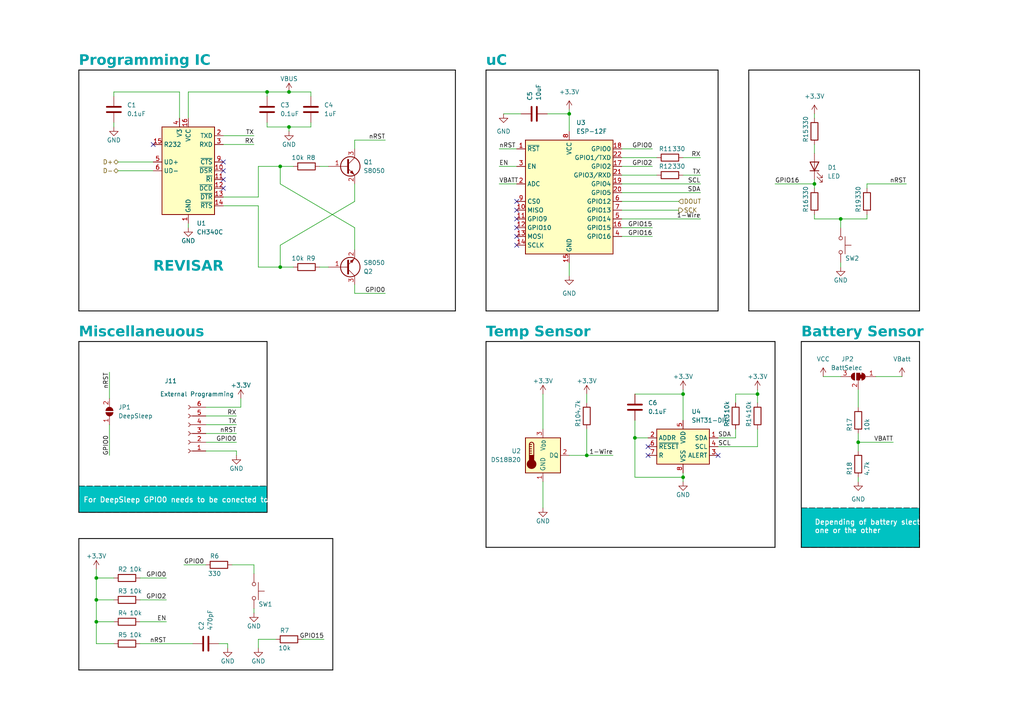
<source format=kicad_sch>
(kicad_sch (version 20231120) (generator "eeschema") (generator_version "8.0")
  (paper "A4")
  (title_block (title "Gas Weigther") (date "2023-11-04") (rev "1"))
  (lib_symbols
    (symbol "Connector:Conn_01x06_Female" (pin_names (offset 1.016) hide)
      (property "Reference" "J" (at 0 7.62 0))
      (property "Value" "Conn_01x06_Female" (at 0 -10.16 0))
      (symbol "Conn_01x06_Female_1_1"
        (arc (start 0 -7.112) (mid -0.5058 -7.62) (end 0 -8.128) (stroke (width 0.1524)))
        (arc (start 0 -4.572) (mid -0.5058 -5.08) (end 0 -5.588) (stroke (width 0.1524)))
        (arc (start 0 -2.032) (mid -0.5058 -2.54) (end 0 -3.048) (stroke (width 0.1524)))
        (polyline (pts (xy -1.27 -7.62) (xy -0.508 -7.62)) (stroke (width 0.1524)))
        (polyline (pts (xy -1.27 -5.08) (xy -0.508 -5.08)) (stroke (width 0.1524)))
        (polyline (pts (xy -1.27 -2.54) (xy -0.508 -2.54)) (stroke (width 0.1524)))
        (polyline (pts (xy -1.27 0) (xy -0.508 0)) (stroke (width 0.1524)))
        (polyline (pts (xy -1.27 2.54) (xy -0.508 2.54)) (stroke (width 0.1524)))
        (polyline (pts (xy -1.27 5.08) (xy -0.508 5.08)) (stroke (width 0.1524)))
        (arc (start 0 0.508) (mid -0.5058 0) (end 0 -0.508) (stroke (width 0.1524)))
        (arc (start 0 3.048) (mid -0.5058 2.54) (end 0 2.032) (stroke (width 0.1524)))
        (arc (start 0 5.588) (mid -0.5058 5.08) (end 0 4.572) (stroke (width 0.1524)))
        (pin passive line (at -5.08 5.08 0) (length 3.81) (name "Pin_1") (number "1"))
        (pin passive line (at -5.08 2.54 0) (length 3.81) (name "Pin_2") (number "2"))
        (pin passive line (at -5.08 0 0) (length 3.81) (name "Pin_3") (number "3"))
        (pin passive line (at -5.08 -2.54 0) (length 3.81) (name "Pin_4") (number "4"))
        (pin passive line (at -5.08 -5.08 0) (length 3.81) (name "Pin_5") (number "5"))
        (pin passive line (at -5.08 -7.62 0) (length 3.81) (name "Pin_6") (number "6"))
      )
    )
    (symbol "Device:C" (pin_numbers hide) (pin_names (offset 0.254))
      (property "Reference" "C" (at 0.635 2.54 0))
      (property "Value" "C" (at 0.635 -2.54 0))
      (symbol "C_0_1"
        (polyline (pts (xy -2.032 -0.762) (xy 2.032 -0.762)) (stroke (width 0.508)))
        (polyline (pts (xy -2.032 0.762) (xy 2.032 0.762)) (stroke (width 0.508)))
      )
      (symbol "C_1_1"
        (pin passive line (at 0 3.81 270) (length 2.794) (name "~") (number "1"))
        (pin passive line (at 0 -3.81 90) (length 2.794) (name "~") (number "2"))
      )
    )
    (symbol "Device:LED" (pin_numbers hide) (pin_names (offset 1.016) hide)
      (property "Reference" "D" (at 0 2.54 0))
      (property "Value" "LED" (at 0 -2.54 0))
      (symbol "LED_0_1"
        (polyline (pts (xy -1.27 -1.27) (xy -1.27 1.27)) (stroke (width 0.254)))
        (polyline (pts (xy -1.27 0) (xy 1.27 0)))
        (polyline (pts (xy 1.27 -1.27) (xy 1.27 1.27) (xy -1.27 0) (xy 1.27 -1.27)) (stroke (width 0.254)))
        (polyline (pts (xy -3.048 -0.762) (xy -4.572 -2.286) (xy -3.81 -2.286) (xy -4.572 -2.286) (xy -4.572 -1.524)))
        (polyline (pts (xy -1.778 -0.762) (xy -3.302 -2.286) (xy -2.54 -2.286) (xy -3.302 -2.286) (xy -3.302 -1.524)))
      )
      (symbol "LED_1_1"
        (pin passive line (at -3.81 0 0) (length 2.54) (name "K") (number "1"))
        (pin passive line (at 3.81 0 180) (length 2.54) (name "A") (number "2"))
      )
    )
    (symbol "Device:R" (pin_numbers hide) (pin_names (offset 0))
      (property "Reference" "R" (at 2.032 0 90))
      (property "Value" "R" (at 0 0 90))
      (symbol "R_0_1"
        (rectangle (start -1.016 -2.54) (end 1.016 2.54) (stroke (width 0.254)))
      )
      (symbol "R_1_1"
        (pin passive line (at 0 3.81 270) (length 1.27) (name "~") (number "1"))
        (pin passive line (at 0 -3.81 90) (length 1.27) (name "~") (number "2"))
      )
    )
    (symbol "Interface_USB:CH340C"
      (property "Reference" "U" (at -5.08 13.97 0))
      (property "Value" "CH340C" (at 1.27 13.97 0))
      (symbol "CH340C_0_1"
        (rectangle (start -7.62 12.7) (end 7.62 -12.7) (stroke (width 0.254)) (fill (type background)))
      )
      (symbol "CH340C_1_1"
        (pin power_in line (at 0 -15.24 90) (length 2.54) (name "GND") (number "1"))
        (pin input line (at 10.16 0 180) (length 2.54) (name "~{DSR}") (number "10"))
        (pin input line (at 10.16 -2.54 180) (length 2.54) (name "~{RI}") (number "11"))
        (pin input line (at 10.16 -5.08 180) (length 2.54) (name "~{DCD}") (number "12"))
        (pin output line (at 10.16 -7.62 180) (length 2.54) (name "~{DTR}") (number "13"))
        (pin output line (at 10.16 -10.16 180) (length 2.54) (name "~{RTS}") (number "14"))
        (pin input line (at -10.16 7.62 0) (length 2.54) (name "R232") (number "15"))
        (pin power_in line (at 0 15.24 270) (length 2.54) (name "VCC") (number "16"))
        (pin output line (at 10.16 10.16 180) (length 2.54) (name "TXD") (number "2"))
        (pin input line (at 10.16 7.62 180) (length 2.54) (name "RXD") (number "3"))
        (pin passive line (at -2.54 15.24 270) (length 2.54) (name "V3") (number "4"))
        (pin bidirectional line (at -10.16 2.54 0) (length 2.54) (name "UD+") (number "5"))
        (pin bidirectional line (at -10.16 0 0) (length 2.54) (name "UD-") (number "6"))
        (pin no_connect line (at -7.62 -7.62 0) (length 2.54) hide (name "NC") (number "7"))
        (pin no_connect line (at -7.62 -10.16 0) (length 2.54) hide (name "NC") (number "8"))
        (pin input line (at 10.16 2.54 180) (length 2.54) (name "~{CTS}") (number "9"))
      )
    )
    (symbol "Jumper:SolderJumper_2_Open" (pin_names (offset 0) hide)
      (property "Reference" "JP" (at 0 2.032 0))
      (property "Value" "SolderJumper_2_Open" (at 0 -2.54 0))
      (symbol "SolderJumper_2_Open_0_1"
        (arc (start -0.254 1.016) (mid -1.2656 0) (end -0.254 -1.016))
        (arc (start -0.254 1.016) (mid -1.2656 0) (end -0.254 -1.016) (fill (type outline)))
        (polyline (pts (xy -0.254 1.016) (xy -0.254 -1.016)))
        (polyline (pts (xy 0.254 1.016) (xy 0.254 -1.016)))
        (arc (start 0.254 -1.016) (mid 1.2656 0) (end 0.254 1.016))
        (arc (start 0.254 -1.016) (mid 1.2656 0) (end 0.254 1.016) (fill (type outline)))
      )
      (symbol "SolderJumper_2_Open_1_1"
        (pin passive line (at -3.81 0 0) (length 2.54) (name "A") (number "1"))
        (pin passive line (at 3.81 0 180) (length 2.54) (name "B") (number "2"))
      )
    )
    (symbol "Jumper:SolderJumper_3_Bridged12" (pin_names (offset 0) hide)
      (property "Reference" "JP" (at -2.54 -2.54 0))
      (property "Value" "SolderJumper_3_Bridged12" (at 0 2.794 0))
      (symbol "SolderJumper_3_Bridged12_0_1"
        (rectangle (start -1.016 0.508) (end -0.508 -0.508) (fill (type outline)))
        (arc (start -1.016 1.016) (mid -2.0276 0) (end -1.016 -1.016))
        (arc (start -1.016 1.016) (mid -2.0276 0) (end -1.016 -1.016) (fill (type outline)))
        (rectangle (start -0.508 1.016) (end 0.508 -1.016) (fill (type outline)))
        (polyline (pts (xy -2.54 0) (xy -2.032 0)))
        (polyline (pts (xy -1.016 1.016) (xy -1.016 -1.016)))
        (polyline (pts (xy 0 -1.27) (xy 0 -1.016)))
        (polyline (pts (xy 1.016 1.016) (xy 1.016 -1.016)))
        (polyline (pts (xy 2.54 0) (xy 2.032 0)))
        (arc (start 1.016 -1.016) (mid 2.0276 0) (end 1.016 1.016))
        (arc (start 1.016 -1.016) (mid 2.0276 0) (end 1.016 1.016) (fill (type outline)))
      )
      (symbol "SolderJumper_3_Bridged12_1_1"
        (pin passive line (at -5.08 0 0) (length 2.54) (name "A") (number "1"))
        (pin passive line (at 0 -3.81 90) (length 2.54) (name "C") (number "2"))
        (pin passive line (at 5.08 0 180) (length 2.54) (name "B") (number "3"))
      )
    )
    (symbol "Power_Symbols:VBatt" (power) (pin_names (offset 0))
      (property "Value" "VBatt" (at 0 6.35 0))
      (symbol "VBatt_0_1"
        (polyline (pts (xy -0.762 1.27) (xy 0 2.54)))
        (polyline (pts (xy 0 0) (xy 0 2.54)))
        (polyline (pts (xy 0 2.54) (xy 0.762 1.27)))
      )
      (symbol "VBatt_1_1"
        (pin power_in line (at 0 0 90) (length 0) hide (name "VBatt") (number "1"))
      )
    )
    (symbol "RF_Module:ESP-12F"
      (property "Reference" "U" (at -12.7 19.05 0))
      (property "Value" "ESP-12F" (at 12.7 19.05 0))
      (symbol "ESP-12F_0_1"
        (rectangle (start -12.7 17.78) (end 12.7 -15.24) (stroke (width 0.254)) (fill (type background)))
      )
      (symbol "ESP-12F_1_1"
        (pin input line (at -15.24 15.24 0) (length 2.54) (name "~{RST}") (number "1"))
        (pin bidirectional line (at -15.24 -2.54 0) (length 2.54) (name "MISO") (number "10"))
        (pin bidirectional line (at -15.24 -5.08 0) (length 2.54) (name "GPIO9") (number "11"))
        (pin bidirectional line (at -15.24 -7.62 0) (length 2.54) (name "GPIO10") (number "12"))
        (pin bidirectional line (at -15.24 -10.16 0) (length 2.54) (name "MOSI") (number "13"))
        (pin bidirectional line (at -15.24 -12.7 0) (length 2.54) (name "SCLK") (number "14"))
        (pin power_in line (at 0 -17.78 90) (length 2.54) (name "GND") (number "15"))
        (pin bidirectional line (at 15.24 -7.62 180) (length 2.54) (name "GPIO15") (number "16"))
        (pin bidirectional line (at 15.24 10.16 180) (length 2.54) (name "GPIO2") (number "17"))
        (pin bidirectional line (at 15.24 15.24 180) (length 2.54) (name "GPIO0") (number "18"))
        (pin bidirectional line (at 15.24 5.08 180) (length 2.54) (name "GPIO4") (number "19"))
        (pin input line (at -15.24 5.08 0) (length 2.54) (name "ADC") (number "2"))
        (pin bidirectional line (at 15.24 2.54 180) (length 2.54) (name "GPIO5") (number "20"))
        (pin bidirectional line (at 15.24 7.62 180) (length 2.54) (name "GPIO3/RXD") (number "21"))
        (pin bidirectional line (at 15.24 12.7 180) (length 2.54) (name "GPIO1/TXD") (number "22"))
        (pin input line (at -15.24 10.16 0) (length 2.54) (name "EN") (number "3"))
        (pin bidirectional line (at 15.24 -10.16 180) (length 2.54) (name "GPIO16") (number "4"))
        (pin bidirectional line (at 15.24 -5.08 180) (length 2.54) (name "GPIO14") (number "5"))
        (pin bidirectional line (at 15.24 0 180) (length 2.54) (name "GPIO12") (number "6"))
        (pin bidirectional line (at 15.24 -2.54 180) (length 2.54) (name "GPIO13") (number "7"))
        (pin power_in line (at 0 20.32 270) (length 2.54) (name "VCC") (number "8"))
        (pin input line (at -15.24 0 0) (length 2.54) (name "CS0") (number "9"))
      )
    )
    (symbol "S8050_1" (pin_names (offset 0) hide)
      (property "Reference" "Q1" (at 5.08 1.2701 0))
      (property "Value" "S8050" (at 5.08 -1.2699 0))
      (symbol "S8050_1_0_1"
        (polyline (pts (xy 0 0) (xy 0.635 0)))
        (polyline (pts (xy 0.635 0.635) (xy 2.54 2.54)))
        (polyline (pts (xy 0.635 -0.635) (xy 2.54 -2.54) (xy 2.54 -2.54)))
        (polyline (pts (xy 0.635 1.905) (xy 0.635 -1.905) (xy 0.635 -1.905)) (stroke (width 0.508)))
        (polyline (pts (xy 1.27 -1.778) (xy 1.778 -1.27) (xy 2.286 -2.286) (xy 1.27 -1.778) (xy 1.27 -1.778)) (fill (type outline)))
        (circle (center 1.27 0) (radius 2.8194) (stroke (width 0.254)))
      )
      (symbol "S8050_1_1_1"
        (pin input line (at -5.08 0 0) (length 5.08) (name "B") (number "1"))
        (pin passive line (at 2.54 -5.08 90) (length 2.54) (name "E") (number "2"))
        (pin passive line (at 2.54 5.08 270) (length 2.54) (name "C") (number "3"))
      )
    )
    (symbol "SW_Push_1" (pin_numbers hide) (pin_names (offset 1.016) hide)
      (property "Reference" "SW2" (at 3.81 1.2701 90))
      (property "Value" "SW_Push" (at 3.81 -1.2699 90))
      (symbol "SW_Push_1_0_1"
        (circle (center -2.032 0) (radius 0.508))
        (polyline (pts (xy 0 1.27) (xy 0 3.048)))
        (polyline (pts (xy 2.54 1.27) (xy -2.54 1.27)))
        (circle (center 2.032 0) (radius 0.508))
        (pin passive line (at -5.08 0 0) (length 2.54) (name "1") (number "1"))
      )
      (symbol "SW_Push_1_1_1"
        (pin passive line (at 5.08 0 180) (length 2.54) (name "2") (number "3"))
      )
    )
    (symbol "Sensor_Humidity:SHT31-DIS"
      (property "Reference" "U" (at -6.35 6.35 0))
      (property "Value" "SHT31-DIS" (at 6.35 6.35 0))
      (symbol "SHT31-DIS_0_1"
        (rectangle (start -7.62 5.08) (end 7.62 -5.08) (stroke (width 0.254)) (fill (type background)))
      )
      (symbol "SHT31-DIS_1_1"
        (pin bidirectional line (at 10.16 2.54 180) (length 2.54) (name "SDA") (number "1"))
        (pin input line (at -10.16 2.54 0) (length 2.54) (name "ADDR") (number "2"))
        (pin output line (at 10.16 -2.54 180) (length 2.54) (name "ALERT") (number "3"))
        (pin input line (at 10.16 0 180) (length 2.54) (name "SCL") (number "4"))
        (pin power_in line (at 0 7.62 270) (length 2.54) (name "VDD") (number "5"))
        (pin input line (at -10.16 0 0) (length 2.54) (name "~{RESET}") (number "6"))
        (pin passive line (at -10.16 -2.54 0) (length 2.54) (name "R") (number "7"))
        (pin power_in line (at 0 -7.62 90) (length 2.54) (name "VSS") (number "8"))
        (pin passive line (at 0 -7.62 90) (length 2.54) hide (name "VSS") (number "9"))
      )
    )
    (symbol "Sensor_Temperature:DS18B20"
      (property "Reference" "U" (at -3.81 6.35 0))
      (property "Value" "DS18B20" (at 6.35 6.35 0))
      (symbol "DS18B20_0_1"
        (rectangle (start -5.08 5.08) (end 5.08 -5.08) (stroke (width 0.254)) (fill (type background)))
        (circle (center -3.302 -2.54) (radius 1.27) (stroke (width 0.254)) (fill (type outline)))
        (rectangle (start -2.667 -1.905) (end -3.937 0) (stroke (width 0.254)) (fill (type outline)))
        (arc (start -2.667 3.175) (mid -3.302 3.8073) (end -3.937 3.175) (stroke (width 0.254)))
        (polyline (pts (xy -3.937 0.635) (xy -3.302 0.635)) (stroke (width 0.254)))
        (polyline (pts (xy -3.937 1.27) (xy -3.302 1.27)) (stroke (width 0.254)))
        (polyline (pts (xy -3.937 1.905) (xy -3.302 1.905)) (stroke (width 0.254)))
        (polyline (pts (xy -3.937 2.54) (xy -3.302 2.54)) (stroke (width 0.254)))
        (polyline (pts (xy -3.937 3.175) (xy -3.937 0)) (stroke (width 0.254)))
        (polyline (pts (xy -3.937 3.175) (xy -3.302 3.175)) (stroke (width 0.254)))
        (polyline (pts (xy -2.667 3.175) (xy -2.667 0)) (stroke (width 0.254)))
      )
      (symbol "DS18B20_1_1"
        (pin power_in line (at 0 -7.62 90) (length 2.54) (name "GND") (number "1"))
        (pin bidirectional line (at 7.62 0 180) (length 2.54) (name "DQ") (number "2"))
        (pin power_in line (at 0 7.62 270) (length 2.54) (name "V_{DD}") (number "3"))
      )
    )
    (symbol "Switch:SW_Push" (pin_numbers hide) (pin_names (offset 1.016) hide)
      (property "Reference" "SW1" (at 3.81 1.2701 90))
      (symbol "SW_Push_0_1"
        (circle (center -2.032 0) (radius 0.508))
        (polyline (pts (xy 0 1.27) (xy 0 3.048)))
        (polyline (pts (xy 2.54 1.27) (xy -2.54 1.27)))
        (circle (center 2.032 0) (radius 0.508))
        (pin passive line (at -5.08 0 0) (length 2.54) (name "1") (number "1"))
      )
      (symbol "SW_Push_1_1"
        (pin passive line (at 5.08 0 180) (length 2.54) (name "2") (number "3"))
      )
    )
    (symbol "power:+3.3V" (power) (pin_names (offset 0))
      (property "Value" "+3.3V" (at 0 3.556 0))
      (symbol "+3.3V_0_1"
        (polyline (pts (xy -0.762 1.27) (xy 0 2.54)))
        (polyline (pts (xy 0 0) (xy 0 2.54)))
        (polyline (pts (xy 0 2.54) (xy 0.762 1.27)))
      )
      (symbol "+3.3V_1_1"
        (pin power_in line (at 0 0 90) (length 0) hide (name "+3.3V") (number "1"))
      )
    )
    (symbol "power:GND" (power) (pin_names (offset 0))
      (property "Value" "GND" (at 0 -3.81 0))
      (symbol "GND_0_1"
        (polyline (pts (xy 0 0) (xy 0 -1.27) (xy 1.27 -1.27) (xy 0 -2.54) (xy -1.27 -1.27) (xy 0 -1.27)))
      )
      (symbol "GND_1_1"
        (pin power_in line (at 0 0 270) (length 0) hide (name "GND") (number "1"))
      )
    )
    (symbol "power:VBUS" (power) (pin_names (offset 0))
      (property "Value" "VBUS" (at 0 3.81 0))
      (symbol "VBUS_0_1"
        (polyline (pts (xy -0.762 1.27) (xy 0 2.54)))
        (polyline (pts (xy 0 0) (xy 0 2.54)))
        (polyline (pts (xy 0 2.54) (xy 0.762 1.27)))
      )
      (symbol "VBUS_1_1"
        (pin power_in line (at 0 0 90) (length 0) hide (name "VBUS") (number "1"))
      )
    )
    (symbol "power:VCC" (power) (pin_names (offset 0))
      (property "Value" "VCC" (at 0 3.81 0))
      (symbol "VCC_0_1"
        (polyline (pts (xy -0.762 1.27) (xy 0 2.54)))
        (polyline (pts (xy 0 0) (xy 0 2.54)))
        (polyline (pts (xy 0 2.54) (xy 0.762 1.27)))
      )
      (symbol "VCC_1_1"
        (pin power_in line (at 0 0 90) (length 0) hide (name "VCC") (number "1"))
      )
    )
  )
  (junction (at 243.84 63.5))
  (junction (at 81.28 48.26))
  (junction (at 184.15 127))
  (junction (at 170.18 132.08))
  (junction (at 236.22 53.34))
  (junction (at 27.94 167.64))
  (junction (at 83.82 36.83))
  (junction (at 248.92 128.27))
  (junction (at 27.94 180.34))
  (junction (at 198.12 114.3))
  (junction (at 219.71 114.3))
  (junction (at 198.12 138.43))
  (junction (at 27.94 173.99))
  (junction (at 165.1 33.02))
  (junction (at 77.47 26.67))
  (junction (at 83.82 26.67))
  (junction (at 81.28 77.47))
  (no_connect (at 187.96 132.08))
  (no_connect (at 149.86 68.58))
  (no_connect (at 64.77 46.99))
  (no_connect (at 149.86 63.5))
  (no_connect (at 64.77 49.53))
  (no_connect (at 149.86 58.42))
  (no_connect (at 64.77 54.61))
  (no_connect (at 44.45 41.91))
  (no_connect (at 64.77 52.07))
  (no_connect (at 149.86 60.96))
  (no_connect (at 149.86 66.04))
  (no_connect (at 187.96 129.54))
  (no_connect (at 149.86 71.12))
  (no_connect (at 208.28 132.08))
  (wire (pts (xy 27.94 173.99) (xy 33.02 173.99)))
  (wire (pts (xy 59.69 125.73) (xy 68.58 125.73)))
  (wire (pts (xy 40.64 186.69) (xy 55.88 186.69)))
  (wire (pts (xy 83.82 36.83) (xy 90.17 36.83)))
  (wire (pts (xy 198.12 114.3) (xy 198.12 121.92)))
  (wire (pts (xy 219.71 114.3) (xy 219.71 116.84)))
  (wire (pts (xy 63.5 186.69) (xy 66.04 186.69)))
  (wire (pts (xy 90.17 26.67) (xy 90.17 27.94)))
  (wire (pts (xy 102.87 72.39) (xy 102.87 66.04)))
  (wire (pts (xy 198.12 113.03) (xy 198.12 114.3)))
  (polyline (pts (xy 208.28 20.32) (xy 208.28 90.17)) (stroke (width 0.25) (type solid) (color 0 0 0 1)))
  (wire (pts (xy 54.61 66.04) (xy 54.61 64.77)))
  (wire (pts (xy 40.64 180.34) (xy 48.26 180.34)))
  (wire (pts (xy 102.87 82.55) (xy 102.87 85.09)))
  (wire (pts (xy 198.12 139.7) (xy 198.12 138.43)))
  (wire (pts (xy 85.09 48.26) (xy 81.28 48.26)))
  (wire (pts (xy 102.87 66.04) (xy 81.28 53.34)))
  (polyline (pts (xy 140.97 20.32) (xy 208.28 20.32)) (stroke (width 0.25) (type solid) (color 0 0 0 1)))
  (wire (pts (xy 59.69 118.11) (xy 69.85 118.11)))
  (wire (pts (xy 31.75 123.19) (xy 31.75 132.08)))
  (wire (pts (xy 59.69 128.27) (xy 68.58 128.27)))
  (wire (pts (xy 27.94 167.64) (xy 27.94 173.99)))
  (wire (pts (xy 213.36 127) (xy 213.36 124.46)))
  (wire (pts (xy 219.71 124.46) (xy 219.71 129.54)))
  (polyline (pts (xy 132.08 20.32) (xy 132.08 90.17)) (stroke (width 0.25) (type solid) (color 0 0 0 1)))
  (wire (pts (xy 69.85 118.11) (xy 69.85 115.57)))
  (wire (pts (xy 87.63 185.42) (xy 93.98 185.42)))
  (polyline (pts (xy 266.7 90.17) (xy 217.17 90.17)) (stroke (width 0.25) (type solid) (color 0 0 0 1)))
  (wire (pts (xy 184.15 114.3) (xy 198.12 114.3)))
  (wire (pts (xy 92.71 77.47) (xy 95.25 77.47)))
  (polyline (pts (xy 77.47 99.06) (xy 77.47 148.59)) (stroke (width 0.25) (type solid) (color 0 0 0 1)))
  (wire (pts (xy 77.47 26.67) (xy 77.47 27.94)))
  (wire (pts (xy 74.93 77.47) (xy 81.28 77.47)))
  (polyline (pts (xy 22.86 156.21) (xy 22.86 194.31)) (stroke (width 0.25) (type solid) (color 0 0 0 1)))
  (wire (pts (xy 68.58 130.81) (xy 68.58 132.08)))
  (wire (pts (xy 102.87 58.42) (xy 81.28 71.12)))
  (wire (pts (xy 64.77 59.69) (xy 74.93 59.69)))
  (wire (pts (xy 77.47 36.83) (xy 83.82 36.83)))
  (wire (pts (xy 236.22 62.23) (xy 236.22 63.5)))
  (wire (pts (xy 243.84 63.5) (xy 251.46 63.5)))
  (wire (pts (xy 59.69 123.19) (xy 68.58 123.19)))
  (polyline (pts (xy 266.7 20.32) (xy 266.7 90.17)) (stroke (width 0.25) (type solid) (color 0 0 0 1)))
  (wire (pts (xy 184.15 138.43) (xy 198.12 138.43)))
  (wire (pts (xy 180.34 53.34) (xy 203.2 53.34)))
  (wire (pts (xy 73.66 177.8) (xy 73.66 176.53)))
  (wire (pts (xy 33.02 26.67) (xy 52.07 26.67)))
  (wire (pts (xy 180.34 60.96) (xy 196.85 60.96)))
  (wire (pts (xy 251.46 53.34) (xy 262.89 53.34)))
  (wire (pts (xy 31.75 107.95) (xy 31.75 115.57)))
  (polyline (pts (xy 266.7 158.75) (xy 232.41 158.75)) (stroke (width 0.25) (type solid) (color 0 0 0 1)))
  (wire (pts (xy 54.61 26.67) (xy 77.47 26.67)))
  (wire (pts (xy 184.15 121.92) (xy 184.15 127)))
  (wire (pts (xy 208.28 127) (xy 213.36 127)))
  (wire (pts (xy 236.22 63.5) (xy 243.84 63.5)))
  (wire (pts (xy 73.66 166.37) (xy 73.66 163.83)))
  (wire (pts (xy 180.34 68.58) (xy 189.23 68.58)))
  (polyline (pts (xy 217.17 20.32) (xy 266.7 20.32)) (stroke (width 0.25) (type solid) (color 0 0 0 1)))
  (wire (pts (xy 236.22 53.34) (xy 236.22 54.61)))
  (wire (pts (xy 248.92 128.27) (xy 259.08 128.27)))
  (wire (pts (xy 146.05 33.02) (xy 151.13 33.02)))
  (wire (pts (xy 248.92 125.73) (xy 248.92 128.27)))
  (wire (pts (xy 102.87 40.64) (xy 111.76 40.64)))
  (wire (pts (xy 90.17 36.83) (xy 90.17 35.56)))
  (wire (pts (xy 83.82 36.83) (xy 83.82 38.1)))
  (polyline (pts (xy 224.79 99.06) (xy 224.79 158.75)) (stroke (width 0.25) (type solid) (color 0 0 0 1)))
  (wire (pts (xy 33.02 27.94) (xy 33.02 26.67)))
  (wire (pts (xy 27.94 167.64) (xy 33.02 167.64)))
  (wire (pts (xy 219.71 113.03) (xy 219.71 114.3)))
  (wire (pts (xy 27.94 173.99) (xy 27.94 180.34)))
  (wire (pts (xy 77.47 36.83) (xy 77.47 35.56)))
  (wire (pts (xy 27.94 180.34) (xy 27.94 186.69)))
  (wire (pts (xy 243.84 109.22) (xy 238.76 109.22)))
  (wire (pts (xy 54.61 26.67) (xy 54.61 34.29)))
  (wire (pts (xy 208.28 129.54) (xy 219.71 129.54)))
  (wire (pts (xy 180.34 66.04) (xy 189.23 66.04)))
  (wire (pts (xy 180.34 63.5) (xy 203.2 63.5)))
  (polyline (pts (xy 22.86 99.06) (xy 77.47 99.06)) (stroke (width 0.25) (type solid) (color 0 0 0 1)))
  (wire (pts (xy 102.87 85.09) (xy 111.76 85.09)))
  (wire (pts (xy 64.77 39.37) (xy 73.66 39.37)))
  (wire (pts (xy 180.34 50.8) (xy 190.5 50.8)))
  (wire (pts (xy 81.28 77.47) (xy 85.09 77.47)))
  (wire (pts (xy 184.15 127) (xy 187.96 127)))
  (polyline (pts (xy 217.17 20.32) (xy 217.17 90.17)) (stroke (width 0.25) (type solid) (color 0 0 0 1)))
  (wire (pts (xy 64.77 57.15) (xy 74.93 57.15)))
  (wire (pts (xy 157.48 139.7) (xy 157.48 147.32)))
  (wire (pts (xy 102.87 43.18) (xy 102.87 40.64)))
  (wire (pts (xy 81.28 53.34) (xy 81.28 48.26)))
  (wire (pts (xy 248.92 138.43) (xy 248.92 139.7)))
  (wire (pts (xy 180.34 58.42) (xy 196.85 58.42)))
  (wire (pts (xy 170.18 114.3) (xy 170.18 116.84)))
  (wire (pts (xy 236.22 52.07) (xy 236.22 53.34)))
  (wire (pts (xy 81.28 71.12) (xy 81.28 77.47)))
  (polyline (pts (xy 96.52 156.21) (xy 96.52 194.31)) (stroke (width 0.25) (type solid) (color 0 0 0 1)))
  (wire (pts (xy 157.48 114.3) (xy 157.48 124.46)))
  (wire (pts (xy 198.12 45.72) (xy 203.2 45.72)))
  (wire (pts (xy 74.93 48.26) (xy 74.93 57.15)))
  (wire (pts (xy 180.34 45.72) (xy 190.5 45.72)))
  (wire (pts (xy 144.78 43.18) (xy 149.86 43.18)))
  (wire (pts (xy 83.82 26.67) (xy 90.17 26.67)))
  (polyline (pts (xy 77.47 148.59) (xy 22.86 148.59)) (stroke (width 0.25) (type solid) (color 0 0 0 1)))
  (wire (pts (xy 236.22 41.91) (xy 236.22 44.45)))
  (wire (pts (xy 77.47 26.67) (xy 83.82 26.67)))
  (wire (pts (xy 251.46 53.34) (xy 251.46 54.61)))
  (wire (pts (xy 170.18 132.08) (xy 170.18 124.46)))
  (wire (pts (xy 53.34 163.83) (xy 59.69 163.83)))
  (wire (pts (xy 74.93 59.69) (xy 74.93 77.47)))
  (wire (pts (xy 198.12 138.43) (xy 198.12 137.16)))
  (polyline (pts (xy 132.08 90.17) (xy 22.86 90.17)) (stroke (width 0.25) (type solid) (color 0 0 0 1)))
  (wire (pts (xy 184.15 127) (xy 184.15 138.43)))
  (wire (pts (xy 66.04 187.96) (xy 66.04 186.69)))
  (wire (pts (xy 74.93 185.42) (xy 74.93 187.96)))
  (wire (pts (xy 213.36 114.3) (xy 219.71 114.3)))
  (wire (pts (xy 180.34 43.18) (xy 189.23 43.18)))
  (wire (pts (xy 74.93 48.26) (xy 81.28 48.26)))
  (polyline (pts (xy 22.86 20.32) (xy 132.08 20.32)) (stroke (width 0.25) (type solid) (color 0 0 0 1)))
  (wire (pts (xy 74.93 185.42) (xy 80.01 185.42)))
  (wire (pts (xy 40.64 173.99) (xy 48.26 173.99)))
  (polyline (pts (xy 22.86 20.32) (xy 22.86 90.17)) (stroke (width 0.25) (type solid) (color 0 0 0 1)))
  (wire (pts (xy 251.46 63.5) (xy 251.46 62.23)))
  (wire (pts (xy 248.92 113.03) (xy 248.92 118.11)))
  (wire (pts (xy 236.22 33.02) (xy 236.22 34.29)))
  (polyline (pts (xy 140.97 99.06) (xy 224.79 99.06)) (stroke (width 0.25) (type solid) (color 0 0 0 1)))
  (wire (pts (xy 243.84 77.47) (xy 243.84 76.2)))
  (wire (pts (xy 40.64 167.64) (xy 48.26 167.64)))
  (polyline (pts (xy 208.28 90.17) (xy 140.97 90.17)) (stroke (width 0.25) (type solid) (color 0 0 0 1)))
  (wire (pts (xy 180.34 48.26) (xy 189.23 48.26)))
  (wire (pts (xy 144.78 53.34) (xy 149.86 53.34)))
  (wire (pts (xy 165.1 76.2) (xy 165.1 80.01)))
  (polyline (pts (xy 22.86 99.06) (xy 22.86 148.59)) (stroke (width 0.25) (type solid) (color 0 0 0 1)))
  (polyline (pts (xy 140.97 20.32) (xy 140.97 90.17)) (stroke (width 0.25) (type solid) (color 0 0 0 1)))
  (wire (pts (xy 33.02 36.83) (xy 33.02 35.56)))
  (wire (pts (xy 64.77 41.91) (xy 73.66 41.91)))
  (wire (pts (xy 27.94 180.34) (xy 33.02 180.34)))
  (wire (pts (xy 213.36 116.84) (xy 213.36 114.3)))
  (polyline (pts (xy 232.41 99.06) (xy 232.41 158.75)) (stroke (width 0.25) (type solid) (color 0 0 0 1)))
  (wire (pts (xy 158.75 33.02) (xy 165.1 33.02)))
  (wire (pts (xy 27.94 165.1) (xy 27.94 167.64)))
  (wire (pts (xy 165.1 33.02) (xy 165.1 38.1)))
  (wire (pts (xy 27.94 186.69) (xy 33.02 186.69)))
  (wire (pts (xy 34.29 49.53) (xy 44.45 49.53)))
  (wire (pts (xy 170.18 132.08) (xy 177.8 132.08)))
  (wire (pts (xy 59.69 120.65) (xy 68.58 120.65)))
  (wire (pts (xy 180.34 55.88) (xy 203.2 55.88)))
  (wire (pts (xy 198.12 50.8) (xy 203.2 50.8)))
  (wire (pts (xy 248.92 128.27) (xy 248.92 130.81)))
  (wire (pts (xy 165.1 31.75) (xy 165.1 33.02)))
  (polyline (pts (xy 22.86 156.21) (xy 96.52 156.21)) (stroke (width 0.25) (type solid) (color 0 0 0 1)))
  (wire (pts (xy 165.1 132.08) (xy 170.18 132.08)))
  (polyline (pts (xy 96.52 194.31) (xy 22.86 194.31)) (stroke (width 0.25) (type solid) (color 0 0 0 1)))
  (wire (pts (xy 52.07 26.67) (xy 52.07 34.29)))
  (wire (pts (xy 67.31 163.83) (xy 73.66 163.83)))
  (wire (pts (xy 243.84 66.04) (xy 243.84 63.5)))
  (wire (pts (xy 34.29 46.99) (xy 44.45 46.99)))
  (polyline (pts (xy 266.7 99.06) (xy 266.7 158.75)) (stroke (width 0.25) (type solid) (color 0 0 0 1)))
  (polyline (pts (xy 224.79 158.75) (xy 140.97 158.75)) (stroke (width 0.25) (type solid) (color 0 0 0 1)))
  (polyline (pts (xy 140.97 99.06) (xy 140.97 158.75)) (stroke (width 0.25) (type solid) (color 0 0 0 1)))
  (wire (pts (xy 59.69 130.81) (xy 68.58 130.81)))
  (polyline (pts (xy 232.41 99.06) (xy 266.7 99.06)) (stroke (width 0.25) (type solid) (color 0 0 0 1)))
  (wire (pts (xy 261.62 109.22) (xy 254 109.22)))
  (wire (pts (xy 92.71 48.26) (xy 95.25 48.26)))
  (wire (pts (xy 224.79 53.34) (xy 236.22 53.34)))
  (wire (pts (xy 144.78 48.26) (xy 149.86 48.26)))
  (wire (pts (xy 102.87 58.42) (xy 102.87 53.34)))
  (rectangle (start 232.41 147.32) (end 266.7 158.75) (stroke (width 0) (type dash) (color 0 0 0 1)) (fill (type color) (color 0 194 194 1)))
  (rectangle (start 22.86 140.97) (end 77.47 148.59) (stroke (width 0) (type dash) (color 0 0 0 1)) (fill (type color) (color 0 194 194 1)))
  (text "Programming IC" (at 22.86 20.32 0) (effects (font (size 3 3) (thickness 0.6) (bold yes)) (justify left bottom)))
  (text "REVISAR" (at 44.45 80.01 0) (effects (font (size 3 3) (thickness 0.6) (bold yes)) (justify left bottom)))
  (text "Temp Sensor" (at 140.97 99.06 0) (effects (font (size 3 3) (thickness 0.6) (bold yes)) (justify left bottom)))
  (text "uC" (at 140.97 20.32 0) (effects (font (size 3 3) (thickness 0.6) (bold yes)) (justify left bottom)))
  (text "For DeepSleep GPIO0 needs to be conected to nRST." (at 24.13 146.05 0) (effects (font (size 1.5 1.5) (thickness 0.2508) (bold yes)) (justify left bottom)))
  (text "Miscellaneuous" (at 22.86 99.06 0) (effects (font (size 3 3) (thickness 0.6) (bold yes)) (justify left bottom)))
  (text "Battery Sensor" (at 232.41 99.06 0) (effects (font (size 3 3) (thickness 0.6) (bold yes)) (justify left bottom)))
  (text "Depending of battery slect \none or the other" (at 236.22 154.94 0) (effects (font (size 1.5 1.5) (thickness 0.2508) (bold yes)) (justify left bottom)))
  (label "1-Wire" (at 203.2 63.5 180))
  (label "RX" (at 203.2 45.72 180))
  (label "1-Wire" (at 177.8 132.08 180))
  (label "EN" (at 48.26 180.34 180))
  (label "nRST" (at 68.58 125.73 180))
  (label "GPIO0" (at 48.26 167.64 180))
  (label "nRST" (at 144.78 43.18 0))
  (label "GPIO2" (at 189.23 48.26 180))
  (label "EN" (at 144.78 48.26 0))
  (label "GPIO16" (at 189.23 68.58 180))
  (label "GPIO16" (at 224.79 53.34 0))
  (label "RX" (at 73.66 41.91 180))
  (label "GPIO0" (at 189.23 43.18 180))
  (label "VBATT" (at 144.78 53.34 0))
  (label "GPIO0" (at 53.34 163.83 0))
  (label "GPIO15" (at 93.98 185.42 180))
  (label "nRST" (at 111.76 40.64 180))
  (label "SDA" (at 208.28 127 0))
  (label "SCL" (at 203.2 53.34 180))
  (label "TX" (at 73.66 39.37 180))
  (label "SDA" (at 203.2 55.88 180))
  (label "GPIO0" (at 111.76 85.09 180))
  (label "nRST" (at 31.75 107.95 270))
  (label "nRST" (at 262.89 53.34 180))
  (label "RX" (at 68.58 120.65 180))
  (label "TX" (at 203.2 50.8 180))
  (label "GPIO0" (at 68.58 128.27 180))
  (label "GPIO15" (at 189.23 66.04 180))
  (label "SCL" (at 208.28 129.54 0))
  (label "TX" (at 68.58 123.19 180))
  (label "GPIO0" (at 31.75 132.08 90))
  (label "VBATT" (at 259.08 128.27 180))
  (label "GPIO2" (at 48.26 173.99 180))
  (label "nRST" (at 48.26 186.69 180))
  (hierarchical_label "SCK" (shape output) (at 196.85 60.96 0))
  (hierarchical_label "D-" (shape bidirectional) (at 34.29 49.53 180))
  (hierarchical_label "D+" (shape bidirectional) (at 34.29 46.99 180))
  (hierarchical_label "DOUT" (shape input) (at 196.85 58.42 0))
  (symbol (lib_id "power:GND") (at 73.66 177.8 0) (unit 1)
    (property "Reference" "#PWR038" (effects (hide yes)))
    (property "Value" "GND" (at 73.66 181.61 0))
    (instances (project "GasWeighter" (path "" (reference "#PWR038") (unit 1))) (project "Arbolito" (path "" (reference "#PWR029") (unit 1))))
  )
  (symbol (lib_id "Device:R") (at 194.31 50.8 90) (unit 1)
    (property "Reference" "R12" (at 193.04 48.26 90))
    (property "Value" "330" (at 196.85 48.26 90))
    (property "Footprint" "Resistor_SMD:R_0805_2012Metric_Pad1.20x1.40mm_HandSolder" (effects (hide yes)))
  )
  (symbol (lib_id "Sensor_Humidity:SHT31-DIS") (at 198.12 129.54 0) (unit 1)
    (property "Reference" "U4" (at 200.5456 119.38 0) (effects (justify left)))
    (property "Value" "SHT31-DIS" (at 200.5456 121.92 0) (effects (justify left)))
    (property "Footprint" "Sensor_Humidity:Sensirion_DFN-8-1EP_2.5x2.5mm_P0.5mm_EP1.1x1.7mm" (effects (hide yes)))
    (property "Datasheet" "https://www.sensirion.com/fileadmin/user_upload/customers/sensirion/Dokumente/2_Humidity_Sensors/Datasheets/Sensirion_Humidity_Sensors_SHT3x_Datasheet_digital.pdf" (effects (hide yes)))
    (instances (project "GasWeighter" (path "" (reference "U4") (unit 1))) (project "Arbolito" (path "" (reference "U5") (unit 1))))
  )
  (symbol (lib_id "power:GND") (at 74.93 187.96 0) (unit 1)
    (property "Reference" "#PWR039" (effects (hide yes)))
    (property "Value" "GND" (at 74.93 191.77 0))
    (instances (project "GasWeighter" (path "" (reference "#PWR039") (unit 1))) (project "Arbolito" (path "" (reference "#PWR030") (unit 1))))
  )
  (symbol (lib_id "Device:R") (at 36.83 180.34 90) (unit 1)
    (property "Reference" "R4" (at 35.56 177.8 90))
    (property "Value" "10k" (at 39.37 177.8 90))
    (property "Footprint" "Resistor_SMD:R_0805_2012Metric_Pad1.20x1.40mm_HandSolder" (effects (hide yes)))
    (instances (project "GasWeighter" (path "" (reference "R4") (unit 1))) (project "Arbolito" (path "" (reference "R9") (unit 1))))
  )
  (symbol (lib_id "power:GND") (at 66.04 187.96 0) (unit 1)
    (property "Reference" "#PWR036" (effects (hide yes)))
    (property "Value" "GND" (at 66.04 191.77 0))
    (instances (project "GasWeighter" (path "" (reference "#PWR036") (unit 1))) (project "Arbolito" (path "" (reference "#PWR027") (unit 1))))
  )
  (symbol (lib_id "Device:R") (at 236.22 58.42 180) (unit 1)
    (property "Reference" "R16" (at 233.68 59.69 90))
    (property "Value" "330" (at 233.68 55.88 90))
    (property "Footprint" "Resistor_SMD:R_0805_2012Metric_Pad1.20x1.40mm_HandSolder" (effects (hide yes)))
  )
  (symbol (lib_id "Switch:SW_Push") (at 73.66 171.45 270) (unit 1)
    (property "Reference" "SW1" (at 74.9301 175.26 90) (effects (justify left)))
    (property "Value" "SW_Push" (effects (hide yes)))
    (property "Footprint" "Library:Button" (effects (hide yes)))
    (instances (project "GasWeighter" (path "" (reference "SW1") (unit 1))) (project "Arbolito" (path "" (reference "SW3") (unit 1))))
  )
  (symbol (lib_id "Jumper:SolderJumper_2_Open") (at 31.75 119.38 90) (unit 1)
    (property "Reference" "JP1" (at 34.29 118.1099 90) (effects (justify right)))
    (property "Value" "DeepSleep" (at 34.29 120.6499 90) (effects (justify right)))
    (property "Footprint" "Jumper:SolderJumper-2_P1.3mm_Open_RoundedPad1.0x1.5mm" (effects (hide yes)))
  )
  (symbol (lib_id "Device:R") (at 36.83 173.99 90) (unit 1)
    (property "Reference" "R3" (at 35.56 171.45 90))
    (property "Value" "10k" (at 39.37 171.45 90))
    (property "Footprint" "Resistor_SMD:R_0805_2012Metric_Pad1.20x1.40mm_HandSolder" (effects (hide yes)))
    (instances (project "GasWeighter" (path "" (reference "R3") (unit 1))) (project "Arbolito" (path "" (reference "R8") (unit 1))))
  )
  (symbol (lib_id "Device:C") (at 59.69 186.69 90) (unit 1)
    (property "Reference" "C2" (at 58.4199 182.88 0) (effects (justify left)))
    (property "Value" "470pF" (at 60.9599 182.88 0) (effects (justify left)))
    (property "Footprint" "Capacitor_SMD:C_0805_2012Metric" (effects (hide yes)))
    (instances (project "GasWeighter" (path "" (reference "C2") (unit 1))) (project "Arbolito" (path "" (reference "C10") (unit 1))))
  )
  (symbol (lib_id "power:+3.3V") (at 170.18 114.3 0) (unit 1)
    (property "Reference" "#PWR022" (effects (hide yes)))
    (property "Value" "+3.3V" (at 170.18 110.49 0))
    (instances (project "GasWeighter" (path "" (reference "#PWR022") (unit 1))) (project "Arbolito" (path "" (reference "#PWR033") (unit 1))))
  )
  (symbol (lib_id "Device:R") (at 36.83 167.64 90) (unit 1)
    (property "Reference" "R2" (at 35.56 165.1 90))
    (property "Value" "10k" (at 39.37 165.1 90))
    (property "Footprint" "Resistor_SMD:R_0805_2012Metric_Pad1.20x1.40mm_HandSolder" (effects (hide yes)))
    (instances (project "GasWeighter" (path "" (reference "R2") (unit 1))) (project "Arbolito" (path "" (reference "R7") (unit 1))))
  )
  (symbol (lib_id "Device:R") (at 63.5 163.83 270) (unit 1)
    (property "Reference" "R6" (at 62.23 161.29 90))
    (property "Value" "330" (at 62.23 166.37 90))
    (property "Footprint" "Resistor_SMD:R_0805_2012Metric_Pad1.20x1.40mm_HandSolder" (effects (hide yes)))
    (instances (project "GasWeighter" (path "" (reference "R6") (unit 1))) (project "Arbolito" (path "" (reference "R13") (unit 1))))
  )
  (symbol (lib_id "Device:R") (at 248.92 121.92 0) (unit 1)
    (property "Reference" "R17" (at 246.38 123.19 90))
    (property "Value" "10k" (at 251.46 123.19 90))
    (property "Footprint" "Resistor_SMD:R_0805_2012Metric_Pad1.20x1.40mm_HandSolder" (effects (hide yes)))
    (instances (project "GasWeighter" (path "" (reference "R17") (unit 1))) (project "Arbolito" (path "" (reference "R21") (unit 1))))
  )
  (symbol (lib_id "Sensor_Temperature:DS18B20") (at 157.48 132.08 0) (unit 1)
    (property "Reference" "U2" (at 151.13 130.8099 0) (effects (justify right)))
    (property "Value" "DS18B20" (at 151.13 133.3499 0) (effects (justify right)))
    (property "Footprint" "Package_TO_SOT_THT:TO-92_Inline" (effects (hide yes)))
    (property "Datasheet" "http://datasheets.maximintegrated.com/en/ds/DS18B20.pdf" (effects (hide yes)))
  )
  (symbol (lib_id "Device:C") (at 90.17 31.75 0) (unit 1)
    (property "Reference" "C4" (at 93.98 30.4799 0) (effects (justify left)))
    (property "Value" "1uF" (at 93.98 33.0199 0) (effects (justify left)))
    (property "Footprint" "Capacitor_SMD:C_0805_2012Metric" (effects (hide yes)))
    (instances (project "GasWeighter" (path "" (reference "C4") (unit 1))) (project "Arbolito" (path "" (reference "C5") (unit 1))))
  )
  (symbol (lib_id "Interface_USB:CH340C") (at 54.61 49.53 0) (unit 1)
    (property "Reference" "U1" (at 57.0356 64.77 0) (effects (justify left)))
    (property "Value" "CH340C" (at 57.0356 67.31 0) (effects (justify left)))
    (property "Footprint" "Package_SO:SOIC-16_3.9x9.9mm_P1.27mm" (effects (hide yes)))
    (property "Datasheet" "https://datasheet.lcsc.com/szlcsc/Jiangsu-Qin-Heng-CH340C_C84681.pdf" (effects (hide yes)))
    (instances (project "GasWeighter" (path "" (reference "U1") (unit 1))) (project "Arbolito" (path "" (reference "U2") (unit 1))))
  )
  (symbol (lib_id "power:GND") (at 157.48 147.32 0) (unit 1)
    (property "Reference" "#PWR021" (effects (hide yes)))
    (property "Value" "GND" (at 157.48 151.13 0))
    (instances (project "GasWeighter" (path "" (reference "#PWR021") (unit 1))) (project "Arbolito" (path "" (reference "#PWR034") (unit 1))))
  )
  (symbol (lib_id "Device:R") (at 170.18 120.65 180) (unit 1)
    (property "Reference" "R10" (at 167.64 121.92 90))
    (property "Value" "4.7k" (at 167.64 118.11 90))
    (property "Footprint" "Resistor_SMD:R_0805_2012Metric_Pad1.20x1.40mm_HandSolder" (effects (hide yes)))
    (instances (project "GasWeighter" (path "" (reference "R10") (unit 1))) (project "Arbolito" (path "" (reference "R14") (unit 1))))
  )
  (symbol (lib_id "power:GND") (at 68.58 132.08 0) (unit 1)
    (property "Reference" "#PWR016" (effects (hide yes)))
    (property "Value" "GND" (at 68.58 135.89 0))
    (instances (project "GasWeighter" (path "" (reference "#PWR016") (unit 1))) (project "Arbolito" (path "" (reference "#PWR0101") (unit 1))))
  )
  (symbol (lib_id "Device:LED") (at 236.22 48.26 90) (unit 1)
    (property "Reference" "D1" (at 240.03 48.5774 90) (effects (justify right)))
    (property "Value" "LED" (at 240.03 51.1174 90) (effects (justify right)))
    (property "Footprint" "LED_SMD:LED_0805_2012Metric" (effects (hide yes)))
    (instances (project "GasWeighter" (path "" (reference "D1") (unit 1))) (project "Arbolito" (path "" (reference "D2") (unit 1))))
  )
  (symbol (lib_id "Device:R") (at 213.36 120.65 180) (unit 1)
    (property "Reference" "R13" (at 210.82 121.92 90))
    (property "Value" "10k" (at 210.82 118.11 90))
    (property "Footprint" "Resistor_SMD:R_0805_2012Metric_Pad1.20x1.40mm_HandSolder" (effects (hide yes)))
    (instances (project "GasWeighter" (path "" (reference "R13") (unit 1))) (project "Arbolito" (path "" (reference "R14") (unit 1))))
  )
  (symbol (lib_id "power:+3.3V") (at 69.85 115.57 0) (unit 1)
    (property "Reference" "#PWR017" (effects (hide yes)))
    (property "Value" "+3.3V" (at 69.85 111.76 0))
    (instances (project "GasWeighter" (path "" (reference "#PWR017") (unit 1))) (project "Arbolito" (path "" (reference "#PWR0102") (unit 1))))
  )
  (symbol (lib_id "power:GND") (at 248.92 139.7 0) (unit 1)
    (property "Reference" "#PWR04" (effects (hide yes)))
    (property "Value" "GND" (at 248.92 144.78 0))
    (instances (project "GasWeighter" (path "" (reference "#PWR04") (unit 1))) (project "Arbolito" (path "" (reference "#PWR0104") (unit 1))))
  )
  (symbol (lib_id "Device:R") (at 36.83 186.69 90) (unit 1)
    (property "Reference" "R5" (at 35.56 184.15 90))
    (property "Value" "10k" (at 39.37 184.15 90))
    (property "Footprint" "Resistor_SMD:R_0805_2012Metric_Pad1.20x1.40mm_HandSolder" (effects (hide yes)))
    (instances (project "GasWeighter" (path "" (reference "R5") (unit 1))) (project "Arbolito" (path "" (reference "R10") (unit 1))))
  )
  (symbol (lib_id "power:GND") (at 146.05 33.02 0) (unit 1)
    (property "Reference" "#PWR030" (effects (hide yes)))
    (property "Value" "GND" (at 146.05 38.1 0))
    (instances (project "GasWeighter" (path "" (reference "#PWR030") (unit 1))) (project "Arbolito" (path "" (reference "#PWR021") (unit 1))))
  )
  (symbol (lib_id "Device:C") (at 77.47 31.75 0) (unit 1)
    (property "Reference" "C3" (at 81.28 30.4799 0) (effects (justify left)))
    (property "Value" "0.1uF" (at 81.28 33.0199 0) (effects (justify left)))
    (property "Footprint" "Capacitor_SMD:C_0805_2012Metric" (effects (hide yes)))
    (instances (project "GasWeighter" (path "" (reference "C3") (unit 1))) (project "Arbolito" (path "" (reference "C4") (unit 1))))
  )
  (symbol (lib_id "power:VCC") (at 238.76 109.22 0) (unit 1)
    (property "Reference" "#PWR034" (effects (hide yes)))
    (property "Value" "VCC" (at 238.76 104.14 0))
    (instances (project "GasWeighter" (path "" (reference "#PWR034") (unit 1))) (project "Arbolito" (path "" (reference "#PWR016") (unit 1))))
  )
  (symbol (lib_id "Device:R") (at 88.9 77.47 270) (mirror x) (unit 1)
    (property "Reference" "R9" (at 90.17 74.93 90))
    (property "Value" "10k" (at 86.36 74.93 90))
    (property "Footprint" "Resistor_SMD:R_0805_2012Metric_Pad1.20x1.40mm_HandSolder" (effects (hide yes)))
    (instances (project "GasWeighter" (path "" (reference "R9") (unit 1))) (project "Arbolito" (path "" (reference "R5") (unit 1))))
  )
  (symbol (lib_id "Device:R") (at 83.82 185.42 90) (unit 1)
    (property "Reference" "R7" (at 82.55 182.88 90))
    (property "Value" "10k" (at 82.55 187.96 90))
    (property "Footprint" "Resistor_SMD:R_0805_2012Metric_Pad1.20x1.40mm_HandSolder" (effects (hide yes)))
    (instances (project "GasWeighter" (path "" (reference "R7") (unit 1))) (project "Arbolito" (path "" (reference "R18") (unit 1))))
  )
  (symbol (lib_id "power:+3.3V") (at 27.94 165.1 0) (unit 1)
    (property "Reference" "#PWR035" (effects (hide yes)))
    (property "Value" "+3.3V" (at 27.94 161.29 0))
    (instances (project "GasWeighter" (path "" (reference "#PWR035") (unit 1))) (project "Arbolito" (path "" (reference "#PWR026") (unit 1))))
  )
  (symbol (lib_name "S8050_1") (lib_id "Transistor_BJT:S8050") (at 100.33 77.47 0) (mirror x) (unit 1)
    (property "Reference" "Q2" (at 105.41 78.7401 0) (effects (justify left)))
    (property "Value" "S8050" (at 105.41 76.2001 0) (effects (justify left)))
    (property "Footprint" "Package_TO_SOT_SMD:SOT-23" (effects (hide yes)))
    (property "Datasheet" "http://www.unisonic.com.tw/datasheet/S8050.pdf" (effects (hide yes)))
    (instances (project "GasWeighter" (path "" (reference "Q2") (unit 1))) (project "Arbolito" (path "" (reference "Q1") (unit 1))))
  )
  (symbol (lib_id "power:GND") (at 54.61 66.04 0) (unit 1)
    (property "Reference" "#PWR015" (effects (hide yes)))
    (property "Value" "GND" (at 54.61 69.85 0))
    (instances (project "GasWeighter" (path "" (reference "#PWR015") (unit 1))) (project "Arbolito" (path "" (reference "#PWR013") (unit 1))))
  )
  (symbol (lib_id "power:GND") (at 198.12 139.7 0) (unit 1)
    (property "Reference" "#PWR044" (effects (hide yes)))
    (property "Value" "GND" (at 198.12 143.51 0))
    (instances (project "GasWeighter" (path "" (reference "#PWR044") (unit 1))) (project "Arbolito" (path "" (reference "#PWR034") (unit 1))))
  )
  (symbol (lib_id "Device:C") (at 154.94 33.02 90) (unit 1)
    (property "Reference" "C5" (at 153.6699 29.21 0) (effects (justify left)))
    (property "Value" "10uF" (at 156.2099 29.21 0) (effects (justify left)))
    (property "Footprint" "Capacitor_SMD:C_0805_2012Metric" (effects (hide yes)))
    (instances (project "GasWeighter" (path "" (reference "C5") (unit 1))) (project "Arbolito" (path "" (reference "C8") (unit 1))))
  )
  (symbol (lib_id "power:+3.3V") (at 165.1 31.75 0) (unit 1)
    (property "Reference" "#PWR032" (effects (hide yes)))
    (property "Value" "+3.3V" (at 165.1 26.67 0))
    (instances (project "GasWeighter" (path "" (reference "#PWR032") (unit 1))) (project "Arbolito" (path "" (reference "#PWR024") (unit 1))))
  )
  (symbol (lib_id "Connector:Conn_01x06_Female") (at 54.61 125.73 180) (unit 1)
    (property "Reference" "J11" (at 49.53 110.49 0))
    (property "Value" "External Programming" (at 57.15 114.3 0))
    (property "Footprint" "Connector_PinHeader_2.54mm:PinHeader_1x06_P2.54mm_Vertical" (effects (hide yes)))
    (instances (project "GasWeighter" (path "" (reference "J11") (unit 1))) (project "Arbolito" (path "" (reference "J2") (unit 1))))
  )
  (symbol (lib_name "SW_Push_1") (lib_id "Switch:SW_Push") (at 243.84 71.12 270) (unit 1)
    (property "Reference" "SW2" (at 245.1101 74.93 90) (effects (justify left)))
    (property "Value" "SW_Push" (effects (hide yes)))
    (property "Footprint" "Library:Button" (effects (hide yes)))
    (instances (project "GasWeighter" (path "" (reference "SW2") (unit 1))) (project "Arbolito" (path "" (reference "SW4") (unit 1))))
  )
  (symbol (lib_id "Power_Symbols:VBatt") (at 261.62 109.22 0) (unit 1)
    (property "Reference" "#PWR041" (effects (hide yes)))
    (property "Value" "VBatt" (at 261.62 104.14 0))
  )
  (symbol (lib_id "power:VBUS") (at 83.82 26.67 0) (unit 1)
    (property "Reference" "#PWR018" (effects (hide yes)))
    (property "Value" "VBUS" (at 83.82 22.86 0))
    (instances (project "GasWeighter" (path "" (reference "#PWR018") (unit 1))) (project "Arbolito" (path "" (reference "#PWR09") (unit 1))))
  )
  (symbol (lib_id "RF_Module:ESP-12F") (at 165.1 58.42 0) (unit 1)
    (property "Reference" "U3" (at 167.1194 35.56 0) (effects (justify left)))
    (property "Value" "ESP-12F" (at 167.1194 38.1 0) (effects (justify left)))
    (property "Footprint" "RF_Module:ESP-12E" (effects (hide yes)))
    (property "Datasheet" "http://wiki.ai-thinker.com/_media/esp8266/esp8266_series_modules_user_manual_v1.1.pdf" (effects (hide yes)))
    (instances (project "GasWeighter" (path "" (reference "U3") (unit 1))) (project "Arbolito" (path "" (reference "U4") (unit 1))))
  )
  (symbol (lib_id "power:GND") (at 243.84 77.47 0) (unit 1)
    (property "Reference" "#PWR040" (effects (hide yes)))
    (property "Value" "GND" (at 243.84 81.28 0))
    (instances (project "GasWeighter" (path "" (reference "#PWR040") (unit 1))) (project "Arbolito" (path "" (reference "#PWR031") (unit 1))))
  )
  (symbol (lib_id "power:+3.3V") (at 198.12 113.03 0) (unit 1)
    (property "Reference" "#PWR043" (effects (hide yes)))
    (property "Value" "+3.3V" (at 198.12 109.22 0))
    (instances (project "GasWeighter" (path "" (reference "#PWR043") (unit 1))) (project "Arbolito" (path "" (reference "#PWR033") (unit 1))))
  )
  (symbol (lib_id "Device:C") (at 184.15 118.11 0) (unit 1)
    (property "Reference" "C6" (at 187.96 116.8399 0) (effects (justify left)))
    (property "Value" "0.1uF" (at 187.96 119.3799 0) (effects (justify left)))
    (property "Footprint" "Capacitor_SMD:C_0805_2012Metric" (effects (hide yes)))
    (instances (project "GasWeighter" (path "" (reference "C6") (unit 1))) (project "Arbolito" (path "" (reference "C12") (unit 1))))
  )
  (symbol (lib_name "S8050_1") (lib_id "Transistor_BJT:S8050") (at 100.33 48.26 0) (unit 1)
    (property "Reference" "Q1" (at 105.41 46.9899 0) (effects (justify left)))
    (property "Value" "S8050" (at 105.41 49.5299 0) (effects (justify left)))
    (property "Footprint" "Package_TO_SOT_SMD:SOT-23" (effects (hide yes)))
    (property "Datasheet" "http://www.unisonic.com.tw/datasheet/S8050.pdf" (effects (hide yes)))
    (instances (project "GasWeighter" (path "" (reference "Q1") (unit 1))) (project "Arbolito" (path "" (reference "Q2") (unit 1))))
  )
  (symbol (lib_id "Device:R") (at 88.9 48.26 270) (mirror x) (unit 1)
    (property "Reference" "R8" (at 90.17 45.72 90))
    (property "Value" "10k" (at 86.36 45.72 90))
    (property "Footprint" "Resistor_SMD:R_0805_2012Metric_Pad1.20x1.40mm_HandSolder" (effects (hide yes)))
    (instances (project "GasWeighter" (path "" (reference "R8") (unit 1))) (project "Arbolito" (path "" (reference "R6") (unit 1))))
  )
  (symbol (lib_id "Device:R") (at 194.31 45.72 90) (unit 1)
    (property "Reference" "R11" (at 193.04 43.18 90))
    (property "Value" "330" (at 196.85 43.18 90))
    (property "Footprint" "Resistor_SMD:R_0805_2012Metric_Pad1.20x1.40mm_HandSolder" (effects (hide yes)))
  )
  (symbol (lib_id "Device:R") (at 251.46 58.42 180) (unit 1)
    (property "Reference" "R19" (at 248.92 59.69 90))
    (property "Value" "330" (at 248.92 55.88 90))
    (property "Footprint" "Resistor_SMD:R_0805_2012Metric_Pad1.20x1.40mm_HandSolder" (effects (hide yes)))
  )
  (symbol (lib_id "power:+3.3V") (at 157.48 114.3 0) (unit 1)
    (property "Reference" "#PWR020" (effects (hide yes)))
    (property "Value" "+3.3V" (at 157.48 110.49 0))
    (instances (project "GasWeighter" (path "" (reference "#PWR020") (unit 1))) (project "Arbolito" (path "" (reference "#PWR033") (unit 1))))
  )
  (symbol (lib_id "Device:R") (at 219.71 120.65 180) (unit 1)
    (property "Reference" "R14" (at 217.17 121.92 90))
    (property "Value" "10k" (at 217.17 118.11 90))
    (property "Footprint" "Resistor_SMD:R_0805_2012Metric_Pad1.20x1.40mm_HandSolder" (effects (hide yes)))
    (instances (project "GasWeighter" (path "" (reference "R14") (unit 1))) (project "Arbolito" (path "" (reference "R17") (unit 1))))
  )
  (symbol (lib_id "Device:C") (at 33.02 31.75 0) (unit 1)
    (property "Reference" "C1" (at 36.83 30.4799 0) (effects (justify left)))
    (property "Value" "0.1uF" (at 36.83 33.0199 0) (effects (justify left)))
    (property "Footprint" "Capacitor_SMD:C_0805_2012Metric" (effects (hide yes)))
    (instances (project "GasWeighter" (path "" (reference "C1") (unit 1))) (project "Arbolito" (path "" (reference "C11") (unit 1))))
  )
  (symbol (lib_id "Device:R") (at 248.92 134.62 0) (unit 1)
    (property "Reference" "R18" (at 246.38 135.89 90))
    (property "Value" "4.7k" (at 251.46 135.89 90))
    (property "Footprint" "Resistor_SMD:R_0805_2012Metric_Pad1.20x1.40mm_HandSolder" (effects (hide yes)))
    (instances (project "GasWeighter" (path "" (reference "R18") (unit 1))) (project "Arbolito" (path "" (reference "R20") (unit 1))))
  )
  (symbol (lib_id "power:+3.3V") (at 236.22 33.02 0) (unit 1)
    (property "Reference" "#PWR037" (effects (hide yes)))
    (property "Value" "+3.3V" (at 236.22 27.94 0))
    (instances (project "GasWeighter" (path "" (reference "#PWR037") (unit 1))) (project "Arbolito" (path "" (reference "#PWR028") (unit 1))))
  )
  (symbol (lib_id "power:GND") (at 33.02 36.83 0) (unit 1)
    (property "Reference" "#PWR014" (effects (hide yes)))
    (property "Value" "GND" (at 33.02 40.64 0))
    (instances (project "GasWeighter" (path "" (reference "#PWR014") (unit 1))) (project "Arbolito" (path "" (reference "#PWR010") (unit 1))))
  )
  (symbol (lib_id "power:GND") (at 83.82 38.1 0) (unit 1)
    (property "Reference" "#PWR019" (effects (hide yes)))
    (property "Value" "GND" (at 83.82 41.91 0))
    (instances (project "GasWeighter" (path "" (reference "#PWR019") (unit 1))) (project "Arbolito" (path "" (reference "#PWR020") (unit 1))))
  )
  (symbol (lib_id "power:GND") (at 165.1 80.01 0) (unit 1)
    (property "Reference" "#PWR033" (effects (hide yes)))
    (property "Value" "GND" (at 165.1 85.09 0))
    (instances (project "GasWeighter" (path "" (reference "#PWR033") (unit 1))) (project "Arbolito" (path "" (reference "#PWR025") (unit 1))))
  )
  (symbol (lib_id "Jumper:SolderJumper_3_Bridged12") (at 248.92 109.22 0) (mirror y) (unit 1)
    (property "Reference" "JP2" (at 247.65 104.14 0) (effects (justify left)))
    (property "Value" "BattSelec" (at 250.1899 106.68 0) (effects (justify left)))
    (property "Footprint" "Jumper:SolderJumper-3_P1.3mm_Bridged12_RoundedPad1.0x1.5mm" (effects (hide yes)))
  )
  (symbol (lib_id "power:+3.3V") (at 219.71 113.03 0) (unit 1)
    (property "Reference" "#PWR045" (effects (hide yes)))
    (property "Value" "+3.3V" (at 219.71 109.22 0))
    (instances (project "GasWeighter" (path "" (reference "#PWR045") (unit 1))) (project "Arbolito" (path "" (reference "#PWR032") (unit 1))))
  )
  (symbol (lib_id "Device:R") (at 236.22 38.1 180) (unit 1)
    (property "Reference" "R15" (at 233.68 39.37 90))
    (property "Value" "330" (at 233.68 35.56 90))
    (property "Footprint" "Resistor_SMD:R_0805_2012Metric_Pad1.20x1.40mm_HandSolder" (effects (hide yes)))
  )
)
</source>
